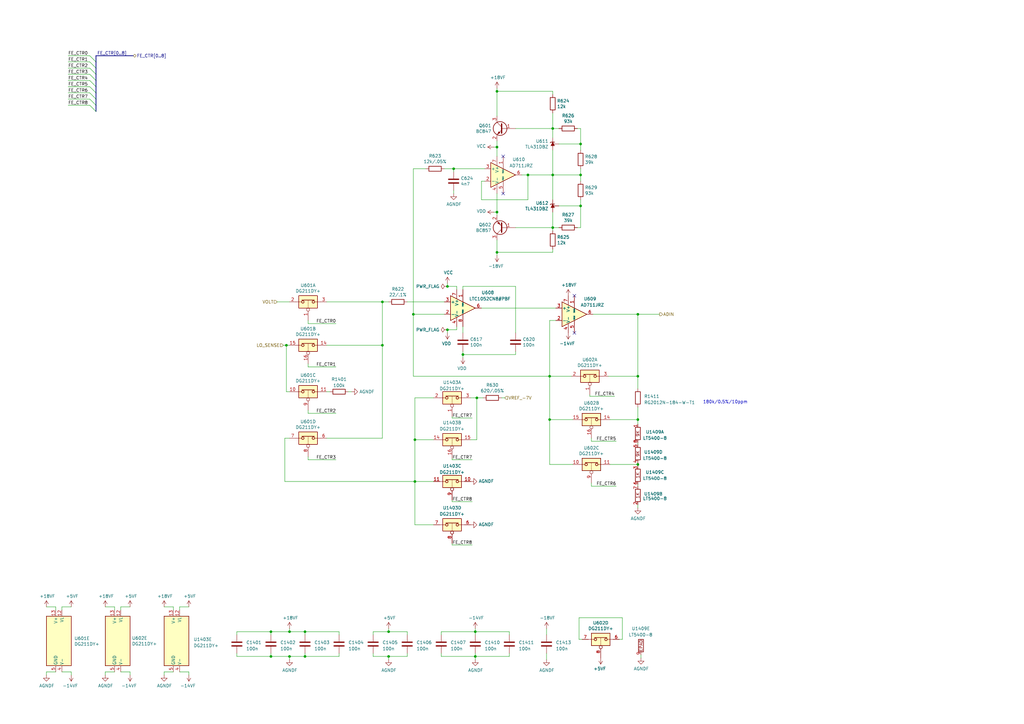
<source format=kicad_sch>
(kicad_sch (version 20230121) (generator eeschema)
  (paper "A3")
  (lib_symbols
    (symbol "Device:C" (pin_numbers hide) (pin_names (offset 0.254))
      (property "Reference" "C" (at 0.635 2.54 0))
      (property "Value" "C" (at 0.635 -2.54 0))
      (symbol "C_1_1"
        (pin passive line (at 0 3.81 270) (length 2.794) (name "~") (number "1"))
        (pin passive line (at 0 -3.81 90) (length 2.794) (name "~") (number "2"))
      )
    )
    (symbol "Device:R" (pin_numbers hide) (pin_names (offset 0))
      (property "Reference" "R" (at 2.032 0 90))
      (property "Value" "R" (at 0 0 90))
      (symbol "R_1_1"
        (pin passive line (at 0 3.81 270) (length 1.27) (name "~") (number "1"))
        (pin passive line (at 0 -3.81 90) (length 1.27) (name "~") (number "2"))
      )
    )
    (symbol "ETH1CDMM2:+18VF" (power) (pin_names (offset 0))
      (property "Value" "+18VF" (at 0 3.556 0))
      (symbol "+18VF_1_1"
        (pin power_in line (at 0 0 90) (length 0) hide (name "+18VF") (number "1"))
      )
    )
    (symbol "ETH1CDMM2:+5VF" (power) (pin_names (offset 0))
      (property "Value" "+5VF" (at 0 3.556 0))
      (symbol "+5VF_1_1"
        (pin power_in line (at 0 0 90) (length 0) hide (name "+5VF") (number "1"))
      )
    )
    (symbol "ETH1CDMM2:-14VF" (power) (pin_names (offset 0))
      (property "Value" "-14VF" (at 0 3.556 0))
      (symbol "-14VF_1_1"
        (pin power_in line (at 0 0 90) (length 0) hide (name "-14VF") (number "1"))
      )
    )
    (symbol "ETH1CDMM2:-18VF" (power) (pin_names (offset 0))
      (property "Value" "-18VF" (at 0 3.556 0))
      (symbol "-18VF_1_1"
        (pin power_in line (at 0 0 90) (length 0) hide (name "-18VF") (number "1"))
      )
    )
    (symbol "ETH1CDMM2:AD711" (pin_names (offset 0.127))
      (property "Reference" "U" (at 2.54 6.35 0))
      (property "Value" "AD711" (at 1.27 3.81 0))
      (symbol "AD711_1_1"
        (pin input line (at 0 7.62 270) (length 5.08) (name "TRIM") (number "1"))
        (pin input line (at -7.62 -2.54 0) (length 2.54) (name "-") (number "2"))
        (pin input line (at -7.62 2.54 0) (length 2.54) (name "+") (number "3"))
        (pin power_in line (at -2.54 -7.62 90) (length 3.81) (name "V-") (number "4"))
        (pin input line (at 0 -7.62 90) (length 5.08) (name "TRIM") (number "5"))
        (pin output line (at 7.62 0 180) (length 2.54) (name "~") (number "6"))
        (pin power_in line (at -2.54 7.62 270) (length 3.81) (name "V+") (number "7"))
        (pin no_connect non_logic (at 2.54 -1.27 90) (length 0) hide (name "NC") (number "8"))
      )
    )
    (symbol "ETH1CDMM2:AGNDF" (power) (pin_names (offset 0))
      (property "Value" "AGNDF" (at 0 -3.81 0))
      (symbol "AGNDF_1_1"
        (pin power_in line (at 0 0 270) (length 0) hide (name "AGNDF") (number "1"))
      )
    )
    (symbol "ETH1CDMM2:DG211" (pin_names (offset 0.254))
      (property "Reference" "U" (at -0.635 5.334 0))
      (property "Value" "DG211" (at -3.175 3.81 0))
      (symbol "DG211_1_1"
        (pin input inverted (at 0 -7.62 90) (length 5.08) (name "~") (number "1"))
        (pin passive line (at -7.62 0 0) (length 2.54) (name "~") (number "2"))
        (pin passive line (at 7.62 0 180) (length 2.54) (name "~") (number "3"))
      )
      (symbol "DG211_2_1"
        (pin passive line (at -7.62 0 0) (length 2.54) (name "~") (number "14"))
        (pin passive line (at 7.62 0 180) (length 2.54) (name "~") (number "15"))
        (pin input inverted (at 0 -7.62 90) (length 5.08) (name "~") (number "16"))
      )
      (symbol "DG211_3_1"
        (pin passive line (at 7.62 0 180) (length 2.54) (name "~") (number "10"))
        (pin passive line (at -7.62 0 0) (length 2.54) (name "~") (number "11"))
        (pin input inverted (at 0 -7.62 90) (length 5.08) (name "~") (number "9"))
      )
      (symbol "DG211_4_1"
        (pin passive line (at 7.62 0 180) (length 2.54) (name "~") (number "6"))
        (pin passive line (at -7.62 0 0) (length 2.54) (name "~") (number "7"))
        (pin input inverted (at 0 -7.62 90) (length 5.08) (name "~") (number "8"))
      )
      (symbol "DG211_5_0"
        (pin power_in line (at 0 12.7 270) (length 2.54) (name "V+") (number "13"))
        (pin power_in line (at 2.54 -12.7 90) (length 2.54) (name "V-") (number "4"))
        (pin power_in line (at 0 -12.7 90) (length 2.54) (name "GND") (number "5"))
      )
      (symbol "DG211_5_1"
        (pin passive line (at 2.54 12.7 270) (length 2.54) (name "VL") (number "12"))
      )
    )
    (symbol "ETH1CDMM2:LT5400-9k-1k_Split" (pin_names (offset 0) hide)
      (property "Reference" "U" (at 2.032 0 90))
      (property "Value" "LT5400-9k-1k_Split" (at -2.54 0 90))
      (symbol "LT5400-9k-1k_Split_1_1"
        (text "9K" (at 0 0 900) (effects (font (size 1.27 1.27))))
        (pin passive line (at 0 -3.81 90) (length 1.27) (name "R1.2") (number "1"))
        (pin passive line (at 0 3.81 270) (length 1.27) (name "R1.2") (number "8"))
      )
      (symbol "LT5400-9k-1k_Split_2_1"
        (text "1K" (at 0 0 900) (effects (font (size 1.27 1.27))))
        (pin passive line (at 0 -3.81 90) (length 1.27) (name "R2.1") (number "2"))
        (pin passive line (at 0 3.81 270) (length 1.27) (name "R2.2") (number "7"))
      )
      (symbol "LT5400-9k-1k_Split_3_1"
        (text "1K" (at 0 0 900) (effects (font (size 1.27 1.27))))
        (pin passive line (at 0 -3.81 90) (length 1.27) (name "R3.1") (number "3"))
        (pin passive line (at 0 3.81 270) (length 1.27) (name "R3.2") (number "6"))
      )
      (symbol "LT5400-9k-1k_Split_4_1"
        (text "9K" (at 0 0 900) (effects (font (size 1.27 1.27))))
        (pin passive line (at 0 -3.81 90) (length 1.27) (name "R4.1") (number "4"))
        (pin passive line (at 0 3.81 270) (length 1.27) (name "R4.2") (number "5"))
      )
      (symbol "LT5400-9k-1k_Split_5_1"
        (text "EPAD" (at 0 0 900) (effects (font (size 1.27 1.27))))
        (pin passive line (at 0 -3.81 90) (length 1.27) (name "R1.2") (number "9"))
      )
    )
    (symbol "ETH1CDMM2:LTC1052" (pin_names (offset 0.127))
      (property "Reference" "U" (at 2.54 6.35 0))
      (property "Value" "LTC1052" (at 1.27 3.81 0))
      (symbol "LTC1052_1_1"
        (pin input line (at 0 7.62 270) (length 5.08) (name "TRIM") (number "1"))
        (pin input line (at -7.62 -2.54 0) (length 2.54) (name "-") (number "2"))
        (pin input line (at -7.62 2.54 0) (length 2.54) (name "+") (number "3"))
        (pin power_in line (at -2.54 -7.62 90) (length 3.81) (name "V-") (number "4"))
        (pin no_connect non_logic (at 2.54 -1.27 90) (length 0) hide (name "NC") (number "5"))
        (pin output line (at 7.62 0 180) (length 2.54) (name "~") (number "6"))
        (pin power_in line (at -2.54 7.62 270) (length 3.81) (name "V+") (number "7"))
        (pin input line (at 0 -7.62 90) (length 5.08) (name "TRIM") (number "8"))
      )
    )
    (symbol "LT5400-9k-1k_Split_1" (pin_names (offset 0) hide)
      (property "Reference" "U" (at 2.032 0 90))
      (property "Value" "LT5400-9k-1k_Split" (at -2.54 0 90))
      (symbol "LT5400-9k-1k_Split_1_1_1"
        (text "9K" (at 0 0 900) (effects (font (size 1.27 1.27))))
        (pin passive line (at 0 -3.81 90) (length 1.27) (name "R1.2") (number "1"))
        (pin passive line (at 0 3.81 270) (length 1.27) (name "R1.2") (number "8"))
      )
      (symbol "LT5400-9k-1k_Split_1_2_1"
        (text "1K" (at 0 0 900) (effects (font (size 1.27 1.27))))
        (pin passive line (at 0 -3.81 90) (length 1.27) (name "R2.1") (number "2"))
        (pin passive line (at 0 3.81 270) (length 1.27) (name "R2.2") (number "7"))
      )
      (symbol "LT5400-9k-1k_Split_1_3_1"
        (text "1K" (at 0 0 900) (effects (font (size 1.27 1.27))))
        (pin passive line (at 0 -3.81 90) (length 1.27) (name "R3.1") (number "3"))
        (pin passive line (at 0 3.81 270) (length 1.27) (name "R3.2") (number "6"))
      )
      (symbol "LT5400-9k-1k_Split_1_4_1"
        (text "9K" (at 0 0 900) (effects (font (size 1.27 1.27))))
        (pin passive line (at 0 -3.81 90) (length 1.27) (name "R4.1") (number "4"))
        (pin passive line (at 0 3.81 270) (length 1.27) (name "R4.2") (number "5"))
      )
      (symbol "LT5400-9k-1k_Split_1_5_1"
        (text "EPAD" (at 0 0 900) (effects (font (size 1.27 1.27))))
        (pin passive line (at 0 -3.81 90) (length 1.27) (name "R1.2") (number "9"))
      )
    )
    (symbol "Reference_Voltage:TL431DBZ" (pin_numbers hide) (pin_names hide)
      (property "Reference" "U" (at -2.54 2.54 0))
      (property "Value" "TL431DBZ" (at 0 -2.54 0))
      (symbol "TL431DBZ_1_1"
        (pin passive line (at 2.54 0 180) (length 2.54) (name "K") (number "1"))
        (pin passive line (at 0 2.54 270) (length 2.54) (name "REF") (number "2"))
        (pin passive line (at -2.54 0 0) (length 2.54) (name "A") (number "3"))
      )
    )
    (symbol "Transistor_BJT:BC847" (pin_names (offset 0) hide)
      (property "Reference" "Q" (at 5.08 1.905 0))
      (property "Value" "BC847" (at 5.08 0 0))
      (symbol "BC847_1_1"
        (pin input line (at -5.08 0 0) (length 5.715) (name "B") (number "1"))
        (pin passive line (at 2.54 -5.08 90) (length 2.54) (name "E") (number "2"))
        (pin passive line (at 2.54 5.08 270) (length 2.54) (name "C") (number "3"))
      )
    )
    (symbol "Transistor_BJT:BC857" (pin_names (offset 0) hide)
      (property "Reference" "Q" (at 5.08 1.905 0))
      (property "Value" "BC857" (at 5.08 0 0))
      (symbol "BC857_1_1"
        (pin input line (at -5.08 0 0) (length 5.715) (name "B") (number "1"))
        (pin passive line (at 2.54 -5.08 90) (length 2.54) (name "E") (number "2"))
        (pin passive line (at 2.54 5.08 270) (length 2.54) (name "C") (number "3"))
      )
    )
    (symbol "power:PWR_FLAG" (power) (pin_numbers hide) (pin_names (offset 0) hide)
      (property "Value" "PWR_FLAG" (at 0 3.81 0))
      (symbol "PWR_FLAG_0_0"
        (pin power_out line (at 0 0 90) (length 0) (name "pwr") (number "1"))
      )
    )
    (symbol "power:VCC" (power) (pin_names (offset 0))
      (property "Value" "VCC" (at 0 3.81 0))
      (symbol "VCC_1_1"
        (pin power_in line (at 0 0 90) (length 0) hide (name "VCC") (number "1"))
      )
    )
    (symbol "power:VDD" (power) (pin_names (offset 0))
      (property "Value" "VDD" (at 0 3.81 0))
      (symbol "VDD_1_1"
        (pin power_in line (at 0 0 90) (length 0) hide (name "VDD") (number "1"))
      )
    )
  )
  (junction (at 238.125 84.455))
  (junction (at 111.125 269.24))
  (junction (at 118.745 269.24))
  (junction (at 183.515 117.475))
  (junction (at 238.125 59.055))
  (junction (at 159.385 269.24))
  (junction (at 159.385 259.08))
  (junction (at 261.62 172.085))
  (junction (at 111.125 259.08))
  (junction (at 203.835 37.465))
  (junction (at 225.425 154.305))
  (junction (at 238.125 71.755))
  (junction (at 118.745 259.08))
  (junction (at 261.62 128.905))
  (junction (at 125.095 259.08))
  (junction (at 226.695 93.345))
  (junction (at 203.835 103.505))
  (junction (at 189.865 145.415))
  (junction (at 195.58 163.195))
  (junction (at 170.18 197.485))
  (junction (at 194.945 269.24))
  (junction (at 156.845 141.605))
  (junction (at 203.835 86.995))
  (junction (at 261.62 190.5))
  (junction (at 203.835 60.325))
  (junction (at 125.095 269.24))
  (junction (at 226.695 52.705))
  (junction (at 216.535 71.755))
  (junction (at 170.18 180.34))
  (junction (at 194.945 259.08))
  (junction (at 169.545 128.905))
  (junction (at 183.515 135.255))
  (junction (at 117.475 141.605))
  (junction (at 261.62 154.305))
  (junction (at 226.695 71.755))
  (junction (at 156.845 123.825))
  (junction (at 225.425 172.085))
  (junction (at 186.055 69.215))
  (no_connect (at 235.585 121.285))
  (no_connect (at 206.375 64.135))
  (no_connect (at 206.375 79.375))
  (no_connect (at 235.585 136.525))
  (bus_entry (at 36.83 35.56) (size 2.54 2.54))
  (bus_entry (at 36.83 27.94) (size 2.54 2.54))
  (bus_entry (at 36.83 25.4) (size 2.54 2.54))
  (bus_entry (at 36.83 30.48) (size 2.54 2.54))
  (bus_entry (at 36.83 22.86) (size 2.54 2.54))
  (bus_entry (at 36.83 40.64) (size 2.54 2.54))
  (bus_entry (at 36.83 38.1) (size 2.54 2.54))
  (bus_entry (at 36.83 43.18) (size 2.54 2.54))
  (bus_entry (at 36.83 33.02) (size 2.54 2.54))
  (wire (pts (xy 250.19 190.5) (xy 261.62 190.5)))
  (wire (pts (xy 125.095 269.24) (xy 139.065 269.24)))
  (wire (pts (xy 261.62 199.39) (xy 261.62 198.755)))
  (wire (pts (xy 71.12 248.92) (xy 71.12 250.19)))
  (wire (pts (xy 133.985 160.655) (xy 135.255 160.655)))
  (wire (pts (xy 29.21 276.86) (xy 29.21 275.59)))
  (wire (pts (xy 183.515 117.475) (xy 187.325 117.475)))
  (wire (pts (xy 242.57 179.705) (xy 242.57 180.975)))
  (wire (pts (xy 189.865 136.525) (xy 189.865 133.985)))
  (wire (pts (xy 142.875 160.655) (xy 144.145 160.655)))
  (wire (pts (xy 226.695 61.595) (xy 226.695 71.755)))
  (wire (pts (xy 118.745 259.08) (xy 125.095 259.08)))
  (wire (pts (xy 169.545 154.305) (xy 225.425 154.305)))
  (wire (pts (xy 261.62 207.01) (xy 261.62 208.28)))
  (wire (pts (xy 225.425 172.085) (xy 225.425 190.5)))
  (wire (pts (xy 238.125 59.055) (xy 238.125 61.595)))
  (wire (pts (xy 153.035 267.97) (xy 153.035 269.24)))
  (wire (pts (xy 261.62 154.305) (xy 261.62 128.905)))
  (wire (pts (xy 29.21 248.92) (xy 25.4 248.92)))
  (wire (pts (xy 194.945 269.24) (xy 194.945 270.51)))
  (wire (pts (xy 170.18 163.195) (xy 170.18 180.34)))
  (wire (pts (xy 189.865 117.475) (xy 189.865 118.745)))
  (wire (pts (xy 29.21 275.59) (xy 25.4 275.59)))
  (wire (pts (xy 113.665 123.825) (xy 118.745 123.825)))
  (wire (pts (xy 180.975 269.24) (xy 194.945 269.24)))
  (wire (pts (xy 156.845 123.825) (xy 159.385 123.825)))
  (wire (pts (xy 226.695 93.345) (xy 226.695 86.995)))
  (wire (pts (xy 126.365 131.445) (xy 126.365 132.715)))
  (wire (pts (xy 118.745 269.24) (xy 118.745 270.51)))
  (wire (pts (xy 195.58 163.195) (xy 198.12 163.195)))
  (wire (pts (xy 197.485 74.295) (xy 197.485 81.915)))
  (wire (pts (xy 153.035 259.08) (xy 153.035 260.35)))
  (bus (pts (xy 39.37 22.86) (xy 54.61 22.86)))
  (wire (pts (xy 139.065 267.97) (xy 139.065 269.24)))
  (wire (pts (xy 27.94 38.1) (xy 36.83 38.1)))
  (wire (pts (xy 111.125 259.08) (xy 118.745 259.08)))
  (wire (pts (xy 189.865 144.145) (xy 189.865 145.415)))
  (wire (pts (xy 203.835 79.375) (xy 203.835 86.995)))
  (wire (pts (xy 238.125 84.455) (xy 238.125 93.345)))
  (wire (pts (xy 170.18 215.265) (xy 170.18 197.485)))
  (wire (pts (xy 159.385 269.24) (xy 167.005 269.24)))
  (bus (pts (xy 39.37 35.56) (xy 39.37 33.02)))
  (wire (pts (xy 226.695 56.515) (xy 226.695 52.705)))
  (wire (pts (xy 225.425 131.445) (xy 225.425 154.305)))
  (wire (pts (xy 254 262.255) (xy 255.27 262.255)))
  (wire (pts (xy 185.42 188.595) (xy 193.675 188.595)))
  (wire (pts (xy 170.18 180.34) (xy 170.18 197.485)))
  (wire (pts (xy 241.935 162.56) (xy 252.095 162.56)))
  (wire (pts (xy 156.845 141.605) (xy 156.845 123.825)))
  (wire (pts (xy 211.455 145.415) (xy 211.455 144.145)))
  (wire (pts (xy 19.05 276.86) (xy 19.05 275.59)))
  (wire (pts (xy 202.565 60.325) (xy 203.835 60.325)))
  (wire (pts (xy 237.49 253.365) (xy 255.27 253.365)))
  (wire (pts (xy 182.245 123.825) (xy 167.005 123.825)))
  (wire (pts (xy 97.155 260.35) (xy 97.155 259.08)))
  (bus (pts (xy 39.37 27.94) (xy 39.37 25.4)))
  (wire (pts (xy 67.31 276.86) (xy 67.31 275.59)))
  (wire (pts (xy 203.835 60.325) (xy 203.835 64.135)))
  (wire (pts (xy 226.695 71.755) (xy 216.535 71.755)))
  (wire (pts (xy 156.845 123.825) (xy 133.985 123.825)))
  (wire (pts (xy 27.94 22.86) (xy 36.83 22.86)))
  (wire (pts (xy 226.695 46.355) (xy 226.695 52.705)))
  (wire (pts (xy 236.855 52.705) (xy 238.125 52.705)))
  (wire (pts (xy 117.475 160.655) (xy 117.475 141.605)))
  (bus (pts (xy 39.37 25.4) (xy 39.37 22.86)))
  (wire (pts (xy 27.94 27.94) (xy 36.83 27.94)))
  (wire (pts (xy 187.325 135.255) (xy 187.325 133.985)))
  (wire (pts (xy 225.425 154.305) (xy 234.315 154.305)))
  (wire (pts (xy 77.47 276.86) (xy 77.47 275.59)))
  (wire (pts (xy 126.365 168.275) (xy 126.365 169.545)))
  (wire (pts (xy 261.62 190.5) (xy 261.62 191.135)))
  (wire (pts (xy 194.945 257.81) (xy 194.945 259.08)))
  (wire (pts (xy 203.835 47.625) (xy 203.835 37.465)))
  (wire (pts (xy 216.535 81.915) (xy 216.535 71.755)))
  (wire (pts (xy 242.57 199.39) (xy 252.73 199.39)))
  (wire (pts (xy 167.005 267.97) (xy 167.005 269.24)))
  (wire (pts (xy 194.945 269.24) (xy 208.915 269.24)))
  (wire (pts (xy 238.125 81.915) (xy 238.125 84.455)))
  (wire (pts (xy 226.695 52.705) (xy 229.235 52.705)))
  (wire (pts (xy 203.835 36.195) (xy 203.835 37.465)))
  (wire (pts (xy 261.62 172.085) (xy 261.62 173.99)))
  (wire (pts (xy 237.49 262.255) (xy 237.49 253.365)))
  (wire (pts (xy 27.94 30.48) (xy 36.83 30.48)))
  (wire (pts (xy 241.935 161.925) (xy 241.935 162.56)))
  (wire (pts (xy 125.095 259.08) (xy 125.095 260.35)))
  (wire (pts (xy 126.365 188.595) (xy 137.795 188.595)))
  (wire (pts (xy 170.18 197.485) (xy 177.8 197.485)))
  (wire (pts (xy 43.18 248.92) (xy 46.99 248.92)))
  (wire (pts (xy 197.485 126.365) (xy 227.965 126.365)))
  (wire (pts (xy 126.365 169.545) (xy 137.795 169.545)))
  (wire (pts (xy 203.835 37.465) (xy 226.695 37.465)))
  (wire (pts (xy 139.065 259.08) (xy 139.065 260.35)))
  (wire (pts (xy 67.31 248.92) (xy 71.12 248.92)))
  (wire (pts (xy 203.835 86.995) (xy 203.835 88.265)))
  (wire (pts (xy 111.125 269.24) (xy 118.745 269.24)))
  (wire (pts (xy 197.485 81.915) (xy 216.535 81.915)))
  (wire (pts (xy 185.42 187.96) (xy 185.42 188.595)))
  (wire (pts (xy 97.155 269.24) (xy 111.125 269.24)))
  (wire (pts (xy 187.325 117.475) (xy 187.325 118.745)))
  (wire (pts (xy 169.545 69.215) (xy 174.625 69.215)))
  (wire (pts (xy 194.945 267.97) (xy 194.945 269.24)))
  (wire (pts (xy 226.695 103.505) (xy 203.835 103.505)))
  (wire (pts (xy 211.455 52.705) (xy 226.695 52.705)))
  (bus (pts (xy 39.37 33.02) (xy 39.37 30.48)))
  (wire (pts (xy 238.76 262.255) (xy 237.49 262.255)))
  (wire (pts (xy 53.34 276.86) (xy 53.34 275.59)))
  (wire (pts (xy 27.94 25.4) (xy 36.83 25.4)))
  (wire (pts (xy 77.47 248.92) (xy 73.66 248.92)))
  (wire (pts (xy 226.695 102.235) (xy 226.695 103.505)))
  (wire (pts (xy 19.05 248.92) (xy 22.86 248.92)))
  (wire (pts (xy 182.245 128.905) (xy 169.545 128.905)))
  (bus (pts (xy 39.37 38.1) (xy 39.37 35.56)))
  (wire (pts (xy 203.835 103.505) (xy 203.835 98.425)))
  (wire (pts (xy 255.27 253.365) (xy 255.27 262.255)))
  (wire (pts (xy 208.915 269.24) (xy 208.915 267.97)))
  (wire (pts (xy 203.835 57.785) (xy 203.835 60.325)))
  (wire (pts (xy 53.34 248.92) (xy 49.53 248.92)))
  (wire (pts (xy 261.62 182.245) (xy 261.62 181.61)))
  (wire (pts (xy 189.865 146.685) (xy 189.865 145.415)))
  (wire (pts (xy 27.94 33.02) (xy 36.83 33.02)))
  (wire (pts (xy 242.57 180.975) (xy 252.73 180.975)))
  (wire (pts (xy 186.055 79.375) (xy 186.055 78.105)))
  (wire (pts (xy 234.95 172.085) (xy 225.425 172.085)))
  (wire (pts (xy 216.535 71.755) (xy 213.995 71.755)))
  (wire (pts (xy 159.385 257.81) (xy 159.385 259.08)))
  (wire (pts (xy 25.4 248.92) (xy 25.4 250.19)))
  (wire (pts (xy 189.865 145.415) (xy 211.455 145.415)))
  (wire (pts (xy 183.515 116.205) (xy 183.515 117.475)))
  (wire (pts (xy 261.62 154.305) (xy 261.62 159.385)))
  (wire (pts (xy 243.205 128.905) (xy 261.62 128.905)))
  (wire (pts (xy 116.84 197.485) (xy 170.18 197.485)))
  (wire (pts (xy 195.58 180.34) (xy 195.58 163.195)))
  (wire (pts (xy 226.695 81.915) (xy 226.695 71.755)))
  (wire (pts (xy 133.985 141.605) (xy 156.845 141.605)))
  (bus (pts (xy 39.37 43.18) (xy 39.37 40.64)))
  (wire (pts (xy 262.89 268.605) (xy 262.89 269.875)))
  (wire (pts (xy 225.425 172.085) (xy 225.425 154.305)))
  (wire (pts (xy 169.545 128.905) (xy 169.545 69.215)))
  (wire (pts (xy 27.94 35.56) (xy 36.83 35.56)))
  (wire (pts (xy 180.975 267.97) (xy 180.975 269.24)))
  (bus (pts (xy 39.37 40.64) (xy 39.37 38.1)))
  (wire (pts (xy 185.42 223.52) (xy 193.675 223.52)))
  (wire (pts (xy 125.095 267.97) (xy 125.095 269.24)))
  (wire (pts (xy 234.95 190.5) (xy 225.425 190.5)))
  (wire (pts (xy 117.475 141.605) (xy 118.745 141.605)))
  (wire (pts (xy 118.745 257.81) (xy 118.745 259.08)))
  (wire (pts (xy 198.755 69.215) (xy 186.055 69.215)))
  (wire (pts (xy 49.53 248.92) (xy 49.53 250.19)))
  (wire (pts (xy 126.365 149.225) (xy 126.365 150.495)))
  (wire (pts (xy 97.155 267.97) (xy 97.155 269.24)))
  (wire (pts (xy 22.86 248.92) (xy 22.86 250.19)))
  (wire (pts (xy 249.555 154.305) (xy 261.62 154.305)))
  (wire (pts (xy 177.8 215.265) (xy 170.18 215.265)))
  (wire (pts (xy 77.47 275.59) (xy 73.66 275.59)))
  (wire (pts (xy 19.05 275.59) (xy 22.86 275.59)))
  (wire (pts (xy 229.235 93.345) (xy 226.695 93.345)))
  (wire (pts (xy 153.035 269.24) (xy 159.385 269.24)))
  (wire (pts (xy 226.695 71.755) (xy 238.125 71.755)))
  (wire (pts (xy 169.545 128.905) (xy 169.545 154.305)))
  (wire (pts (xy 185.42 170.815) (xy 185.42 171.45)))
  (wire (pts (xy 27.94 43.18) (xy 36.83 43.18)))
  (wire (pts (xy 227.965 131.445) (xy 225.425 131.445)))
  (wire (pts (xy 111.125 267.97) (xy 111.125 269.24)))
  (wire (pts (xy 126.365 150.495) (xy 137.795 150.495)))
  (wire (pts (xy 170.18 163.195) (xy 177.8 163.195)))
  (wire (pts (xy 182.245 69.215) (xy 186.055 69.215)))
  (wire (pts (xy 125.095 259.08) (xy 139.065 259.08)))
  (wire (pts (xy 229.235 84.455) (xy 238.125 84.455)))
  (wire (pts (xy 198.755 74.295) (xy 197.485 74.295)))
  (wire (pts (xy 53.34 275.59) (xy 49.53 275.59)))
  (wire (pts (xy 261.62 167.005) (xy 261.62 172.085)))
  (wire (pts (xy 133.985 179.705) (xy 156.845 179.705)))
  (wire (pts (xy 226.695 37.465) (xy 226.695 38.735)))
  (wire (pts (xy 238.125 93.345) (xy 236.855 93.345)))
  (wire (pts (xy 261.62 189.865) (xy 261.62 190.5)))
  (bus (pts (xy 39.37 45.72) (xy 39.37 43.18)))
  (wire (pts (xy 208.915 259.08) (xy 194.945 259.08)))
  (wire (pts (xy 159.385 269.24) (xy 159.385 270.51)))
  (wire (pts (xy 261.62 128.905) (xy 270.51 128.905)))
  (wire (pts (xy 193.04 180.34) (xy 195.58 180.34)))
  (wire (pts (xy 211.455 117.475) (xy 189.865 117.475)))
  (wire (pts (xy 250.19 172.085) (xy 261.62 172.085)))
  (wire (pts (xy 211.455 93.345) (xy 226.695 93.345)))
  (wire (pts (xy 43.18 276.86) (xy 43.18 275.59)))
  (wire (pts (xy 170.18 180.34) (xy 177.8 180.34)))
  (wire (pts (xy 193.04 163.195) (xy 195.58 163.195)))
  (wire (pts (xy 180.975 259.08) (xy 180.975 260.35)))
  (bus (pts (xy 39.37 30.48) (xy 39.37 27.94)))
  (wire (pts (xy 118.745 160.655) (xy 117.475 160.655)))
  (wire (pts (xy 43.18 275.59) (xy 46.99 275.59)))
  (wire (pts (xy 185.42 222.885) (xy 185.42 223.52)))
  (wire (pts (xy 205.74 163.195) (xy 207.01 163.195)))
  (wire (pts (xy 185.42 205.74) (xy 193.675 205.74)))
  (wire (pts (xy 202.565 86.995) (xy 203.835 86.995)))
  (wire (pts (xy 73.66 248.92) (xy 73.66 250.19)))
  (wire (pts (xy 126.365 187.325) (xy 126.365 188.595)))
  (wire (pts (xy 111.125 259.08) (xy 111.125 260.35)))
  (wire (pts (xy 118.745 269.24) (xy 125.095 269.24)))
  (wire (pts (xy 116.205 141.605) (xy 117.475 141.605)))
  (wire (pts (xy 97.155 259.08) (xy 111.125 259.08)))
  (wire (pts (xy 167.005 259.08) (xy 167.005 260.35)))
  (wire (pts (xy 238.125 69.215) (xy 238.125 71.755)))
  (wire (pts (xy 153.035 259.08) (xy 159.385 259.08)))
  (wire (pts (xy 226.695 93.345) (xy 226.695 94.615)))
  (wire (pts (xy 211.455 136.525) (xy 211.455 117.475)))
  (wire (pts (xy 27.94 40.64) (xy 36.83 40.64)))
  (wire (pts (xy 224.155 267.97) (xy 224.155 270.51)))
  (wire (pts (xy 186.055 69.215) (xy 186.055 70.485)))
  (wire (pts (xy 183.515 135.255) (xy 187.325 135.255)))
  (wire (pts (xy 185.42 205.105) (xy 185.42 205.74)))
  (wire (pts (xy 126.365 132.715) (xy 137.795 132.715)))
  (wire (pts (xy 224.155 257.81) (xy 224.155 260.35)))
  (wire (pts (xy 238.125 71.755) (xy 238.125 74.295)))
  (wire (pts (xy 194.945 259.08) (xy 194.945 260.35)))
  (wire (pts (xy 67.31 275.59) (xy 71.12 275.59)))
  (wire (pts (xy 203.835 104.775) (xy 203.835 103.505)))
  (wire (pts (xy 229.235 59.055) (xy 238.125 59.055)))
  (wire (pts (xy 242.57 198.12) (xy 242.57 199.39)))
  (wire (pts (xy 156.845 141.605) (xy 156.845 179.705)))
  (wire (pts (xy 118.745 179.705) (xy 116.84 179.705)))
  (wire (pts (xy 208.915 260.35) (xy 208.915 259.08)))
  (wire (pts (xy 183.515 136.525) (xy 183.515 135.255)))
  (wire (pts (xy 185.42 171.45) (xy 193.675 171.45)))
  (wire (pts (xy 46.99 248.92) (xy 46.99 250.19)))
  (wire (pts (xy 180.975 259.08) (xy 194.945 259.08)))
  (wire (pts (xy 116.84 179.705) (xy 116.84 197.485)))
  (wire (pts (xy 238.125 52.705) (xy 238.125 59.055)))
  (wire (pts (xy 159.385 259.08) (xy 167.005 259.08)))
  (text "180k/0.5%/10ppm" (at 288.29 165.735 0) (effects (font (size 1.27 1.27)) (justify left bottom)))
  (label "FE_CTR8" (at 193.675 223.52 180))
  (label "FE_CTR0" (at 27.94 22.86 0))
  (label "FE_CTR6" (at 252.73 199.39 180))
  (label "FE_CTR5" (at 252.73 180.975 180))
  (label "FE_CTR0" (at 137.795 132.715 180))
  (label "FE_CTR2" (at 27.94 27.94 0))
  (label "FE_CTR8" (at 193.675 205.74 180))
  (label "FE_CTR5" (at 27.94 35.56 0))
  (label "FE_CTR7" (at 193.675 188.595 180))
  (label "FE_CTR1" (at 27.94 25.4 0))
  (label "FE_CTR7" (at 193.675 171.45 180))
  (label "FE_CTR6" (at 27.94 38.1 0))
  (label "FE_CTR4" (at 27.94 33.02 0))
  (label "FE_CTR3" (at 137.795 188.595 180))
  (label "FE_CTR1" (at 137.795 150.495 180))
  (label "FE_CTR2" (at 137.795 169.545 180))
  (label "FE_CTR8" (at 27.94 43.18 0))
  (label "FE_CTR[0..8]" (at 52.07 22.86 180))
  (label "FE_CTR3" (at 27.94 30.48 0))
  (label "FE_CTR7" (at 27.94 40.64 0))
  (label "FE_CTR4" (at 252.095 162.56 180))
  (hierarchical_label "LO_SENSE" (shape input) (at 116.205 141.605 180))
  (hierarchical_label "VOLT" (shape input) (at 113.665 123.825 180))
  (hierarchical_label "ADIN" (shape output) (at 270.51 128.905 0))
  (hierarchical_label "VREF_-7V" (shape input) (at 207.01 163.195 0))
  (hierarchical_label "FE_CTR[0..8]" (shape bidirectional) (at 54.61 22.86 0))
  (symbol (lib_id "ETH1CDMM2:+18VF") (at 19.05 248.92 0) (unit 1)
    (property "Reference" "#PWR0601" (effects hide))
    (property "Value" "+18VF" (at 19.431 244.5258 0))
    (instances (project "ADC_Test" (path "" (reference "#PWR0601") (unit 1))) (project "ETH1CDMM2" (path "" (reference "#PWR01401") (unit 1))))
  )
  (symbol (lib_id "ETH1CDMM2:-14VF") (at 29.21 276.86 180) (unit 1)
    (property "Reference" "#PWR0604" (effects hide))
    (property "Value" "-14VF" (at 28.829 281.2542 0))
    (instances (project "ADC_Test" (path "" (reference "#PWR0604") (unit 1))) (project "ETH1CDMM2" (path "" (reference "#PWR01404") (unit 1))))
  )
  (symbol (lib_id "ETH1CDMM2:+18VF") (at 43.18 248.92 0) (unit 1)
    (property "Reference" "#PWR0605" (effects hide))
    (property "Value" "+18VF" (at 43.561 244.5258 0))
    (instances (project "ADC_Test" (path "" (reference "#PWR0605") (unit 1))) (project "ETH1CDMM2" (path "" (reference "#PWR01405") (unit 1))))
  )
  (symbol (lib_id "ETH1CDMM2:-14VF") (at 53.34 276.86 180) (unit 1)
    (property "Reference" "#PWR0612" (effects hide))
    (property "Value" "-14VF" (at 52.959 281.2542 0))
    (instances (project "ADC_Test" (path "" (reference "#PWR0612") (unit 1))) (project "ETH1CDMM2" (path "" (reference "#PWR01408") (unit 1))))
  )
  (symbol (lib_id "ETH1CDMM2:AD711") (at 235.585 128.905 0) (unit 1)
    (property "Reference" "U609" (at 239.395 122.555 0) (effects (justify left)))
    (property "Value" "AD711JRZ" (at 238.125 125.095 0) (effects (justify left)))
    (property "Footprint" "Package_SO:SOIC-8_3.9x4.9mm_P1.27mm" (effects hide))
    (instances (project "ADC_Test" (path "" (reference "U609") (unit 1))) (project "ETH1CDMM2" (path "" (reference "U1408") (unit 1))))
  )
  (symbol (lib_id "ETH1CDMM2:AGNDF") (at 19.05 276.86 0) (unit 1)
    (property "Reference" "#PWR0602" (effects hide))
    (property "Value" "AGNDF" (at 19.177 281.2542 0))
    (instances (project "ADC_Test" (path "" (reference "#PWR0602") (unit 1))) (project "ETH1CDMM2" (path "" (reference "#PWR01402") (unit 1))))
  )
  (symbol (lib_id "ETH1CDMM2:AD711") (at 206.375 71.755 0) (unit 1)
    (property "Reference" "U610" (at 210.185 65.405 0) (effects (justify left)))
    (property "Value" "AD711JRZ" (at 208.915 67.945 0) (effects (justify left)))
    (property "Footprint" "Package_SO:SOIC-8_3.9x4.9mm_P1.27mm" (effects hide))
    (instances (project "ADC_Test" (path "" (reference "U610") (unit 1))) (project "ETH1CDMM2" (path "" (reference "U1405") (unit 1))))
  )
  (symbol (lib_id "ETH1CDMM2:AGNDF") (at 43.18 276.86 0) (unit 1)
    (property "Reference" "#PWR0606" (effects hide))
    (property "Value" "AGNDF" (at 43.307 281.2542 0))
    (instances (project "ADC_Test" (path "" (reference "#PWR0606") (unit 1))) (project "ETH1CDMM2" (path "" (reference "#PWR01406") (unit 1))))
  )
  (symbol (lib_id "Transistor_BJT:BC847") (at 206.375 52.705 0) (mirror y) (unit 1)
    (property "Reference" "Q601" (at 201.5236 51.5366 0) (effects (justify left)))
    (property "Value" "BC847" (at 201.5236 53.848 0) (effects (justify left)))
    (property "Footprint" "Package_TO_SOT_SMD:SOT-23" (effects hide))
    (property "Datasheet" "http://www.infineon.com/dgdl/Infineon-BC847SERIES_BC848SERIES_BC849SERIES_BC850SERIES-DS-v01_01-en.pdf?fileId=db3a304314dca389011541d4630a1657" (effects hide))
    (instances (project "ADC_Test" (path "" (reference "Q601") (unit 1))) (project "ETH1CDMM2" (path "" (reference "Q1401") (unit 1))))
  )
  (symbol (lib_id "Transistor_BJT:BC857") (at 206.375 93.345 180) (unit 1)
    (property "Reference" "Q602" (at 201.5236 92.1766 0) (effects (justify left)))
    (property "Value" "BC857" (at 201.5236 94.488 0) (effects (justify left)))
    (property "Footprint" "Package_TO_SOT_SMD:SOT-23" (effects hide))
    (property "Datasheet" "http://www.fairchildsemi.com/ds/BC/BC856.pdf" (effects hide))
    (instances (project "ADC_Test" (path "" (reference "Q602") (unit 1))) (project "ETH1CDMM2" (path "" (reference "Q1402") (unit 1))))
  )
  (symbol (lib_id "ETH1CDMM2:+5VF") (at 29.21 248.92 0) (unit 1)
    (property "Reference" "#PWR0603" (effects hide))
    (property "Value" "+5VF" (at 29.591 244.5258 0))
    (instances (project "ADC_Test" (path "" (reference "#PWR0603") (unit 1))) (project "ETH1CDMM2" (path "" (reference "#PWR01403") (unit 1))))
  )
  (symbol (lib_id "ETH1CDMM2:+5VF") (at 53.34 248.92 0) (unit 1)
    (property "Reference" "#PWR0611" (effects hide))
    (property "Value" "+5VF" (at 53.721 244.5258 0))
    (instances (project "ADC_Test" (path "" (reference "#PWR0611") (unit 1))) (project "ETH1CDMM2" (path "" (reference "#PWR01407") (unit 1))))
  )
  (symbol (lib_id "power:PWR_FLAG") (at 183.515 117.475 90) (unit 1)
    (property "Reference" "#FLG0601" (effects hide))
    (property "Value" "PWR_FLAG" (at 180.2892 117.475 90) (effects (justify left)))
    (instances (project "ADC_Test" (path "" (reference "#FLG0601") (unit 1))) (project "ETH1CDMM2" (path "" (reference "#FLG01401") (unit 1))))
  )
  (symbol (lib_id "power:PWR_FLAG") (at 183.515 135.255 90) (unit 1)
    (property "Reference" "#FLG0602" (effects hide))
    (property "Value" "PWR_FLAG" (at 180.2892 135.255 90) (effects (justify left)))
    (instances (project "ADC_Test" (path "" (reference "#FLG0602") (unit 1))) (project "ETH1CDMM2" (path "" (reference "#FLG01402") (unit 1))))
  )
  (symbol (lib_id "ETH1CDMM2:DG211") (at 126.365 123.825 0) (unit 1)
    (property "Reference" "U601" (at 126.365 117.0432 0))
    (property "Value" "DG211DY+" (at 126.365 119.3546 0))
    (property "Footprint" "Package_SO:SOIC-16_3.9x9.9mm_P1.27mm" (effects hide))
    (instances (project "ADC_Test" (path "" (reference "U601") (unit 1))) (project "ETH1CDMM2" (path "" (reference "U1401") (unit 1))))
  )
  (symbol (lib_id "ETH1CDMM2:DG211") (at 126.365 141.605 0) (mirror y) (unit 2)
    (property "Reference" "U601" (at 126.365 134.8232 0))
    (property "Value" "DG211DY+" (at 126.365 137.1346 0))
    (property "Footprint" "Package_SO:SOIC-16_3.9x9.9mm_P1.27mm" (effects hide))
    (instances (project "ADC_Test" (path "" (reference "U601") (unit 2))) (project "ETH1CDMM2" (path "" (reference "U1401") (unit 2))))
  )
  (symbol (lib_id "ETH1CDMM2:DG211") (at 126.365 160.655 0) (mirror y) (unit 3)
    (property "Reference" "U601" (at 126.365 153.8732 0))
    (property "Value" "DG211DY+" (at 126.365 156.1846 0))
    (property "Footprint" "Package_SO:SOIC-16_3.9x9.9mm_P1.27mm" (effects hide))
    (instances (project "ADC_Test" (path "" (reference "U601") (unit 3))) (project "ETH1CDMM2" (path "" (reference "U1401") (unit 3))))
  )
  (symbol (lib_id "ETH1CDMM2:DG211") (at 126.365 179.705 0) (unit 4)
    (property "Reference" "U601" (at 126.365 172.9232 0))
    (property "Value" "DG211DY+" (at 126.365 175.2346 0))
    (property "Footprint" "Package_SO:SOIC-16_3.9x9.9mm_P1.27mm" (effects hide))
    (instances (project "ADC_Test" (path "" (reference "U601") (unit 4))) (project "ETH1CDMM2" (path "" (reference "U1401") (unit 4))))
  )
  (symbol (lib_id "ETH1CDMM2:DG211") (at 22.86 262.89 0) (unit 5)
    (property "Reference" "U601" (at 30.48 261.8486 0) (effects (justify left)))
    (property "Value" "DG211DY+" (at 30.48 264.16 0) (effects (justify left)))
    (property "Footprint" "Package_SO:SOIC-16_3.9x9.9mm_P1.27mm" (effects hide))
    (instances (project "ADC_Test" (path "" (reference "U601") (unit 5))) (project "ETH1CDMM2" (path "" (reference "U1401") (unit 5))))
  )
  (symbol (lib_id "ETH1CDMM2:DG211") (at 241.935 154.305 0) (unit 1)
    (property "Reference" "U602" (at 241.935 147.5232 0))
    (property "Value" "DG211DY+" (at 241.935 149.8346 0))
    (property "Footprint" "Package_SO:SOIC-16_3.9x9.9mm_P1.27mm" (effects hide))
    (instances (project "ADC_Test" (path "" (reference "U602") (unit 1))) (project "ETH1CDMM2" (path "" (reference "U1402") (unit 1))))
  )
  (symbol (lib_id "ETH1CDMM2:DG211") (at 242.57 172.085 0) (mirror y) (unit 2)
    (property "Reference" "U602" (at 242.57 165.3032 0))
    (property "Value" "DG211DY+" (at 242.57 167.6146 0))
    (property "Footprint" "Package_SO:SOIC-16_3.9x9.9mm_P1.27mm" (effects hide))
    (instances (project "ADC_Test" (path "" (reference "U602") (unit 2))) (project "ETH1CDMM2" (path "" (reference "U1402") (unit 2))))
  )
  (symbol (lib_id "ETH1CDMM2:DG211") (at 242.57 190.5 0) (mirror y) (unit 3)
    (property "Reference" "U602" (at 242.57 183.7182 0))
    (property "Value" "DG211DY+" (at 242.57 186.0296 0))
    (property "Footprint" "Package_SO:SOIC-16_3.9x9.9mm_P1.27mm" (effects hide))
    (instances (project "ADC_Test" (path "" (reference "U602") (unit 3))) (project "ETH1CDMM2" (path "" (reference "U1402") (unit 3))))
  )
  (symbol (lib_id "ETH1CDMM2:DG211") (at 246.38 262.255 0) (unit 4)
    (property "Reference" "U602" (at 246.38 255.4732 0))
    (property "Value" "DG211DY+" (at 246.38 257.7846 0))
    (property "Footprint" "Package_SO:SOIC-16_3.9x9.9mm_P1.27mm" (effects hide))
    (instances (project "ADC_Test" (path "" (reference "U602") (unit 4))) (project "ETH1CDMM2" (path "" (reference "U1402") (unit 4))))
  )
  (symbol (lib_id "ETH1CDMM2:DG211") (at 46.99 262.89 0) (unit 5)
    (property "Reference" "U602" (at 54.102 261.7216 0) (effects (justify left)))
    (property "Value" "DG211DY+" (at 54.102 264.033 0) (effects (justify left)))
    (property "Footprint" "Package_SO:SOIC-16_3.9x9.9mm_P1.27mm" (effects hide))
    (instances (project "ADC_Test" (path "" (reference "U602") (unit 5))) (project "ETH1CDMM2" (path "" (reference "U1402") (unit 5))))
  )
  (symbol (lib_id "ETH1CDMM2:-18VF") (at 203.835 104.775 180) (unit 1)
    (property "Reference" "#PWR0655" (effects hide))
    (property "Value" "-18VF" (at 203.454 109.1692 0))
    (instances (project "ADC_Test" (path "" (reference "#PWR0655") (unit 1))) (project "ETH1CDMM2" (path "" (reference "#PWR01429") (unit 1))))
  )
  (symbol (lib_id "Device:R") (at 226.695 98.425 0) (unit 1)
    (property "Reference" "R625" (at 228.473 97.2566 0) (effects (justify left)))
    (property "Value" "12k" (at 228.473 99.568 0) (effects (justify left)))
    (property "Footprint" "Resistor_SMD:R_0805_2012Metric_Pad1.20x1.40mm_HandSolder" (effects hide))
    (instances (project "ADC_Test" (path "" (reference "R625") (unit 1))) (project "ETH1CDMM2" (path "" (reference "R1406") (unit 1))))
  )
  (symbol (lib_id "Reference_Voltage:TL431DBZ") (at 226.695 84.455 270) (mirror x) (unit 1)
    (property "Reference" "U612" (at 224.9424 83.2866 90) (effects (justify right)))
    (property "Value" "TL431DBZ" (at 224.9424 85.598 90) (effects (justify right)))
    (property "Footprint" "Package_TO_SOT_SMD:SOT-23" (effects hide))
    (property "Datasheet" "http://www.ti.com/lit/ds/symlink/tl431.pdf" (effects hide))
    (instances (project "ADC_Test" (path "" (reference "U612") (unit 1))) (project "ETH1CDMM2" (path "" (reference "U1407") (unit 1))))
  )
  (symbol (lib_id "Device:R") (at 233.045 93.345 270) (unit 1)
    (property "Reference" "R627" (at 233.045 88.0872 90))
    (property "Value" "39k" (at 233.045 90.3986 90))
    (property "Footprint" "Resistor_SMD:R_0805_2012Metric_Pad1.20x1.40mm_HandSolder" (effects hide))
    (instances (project "ADC_Test" (path "" (reference "R627") (unit 1))) (project "ETH1CDMM2" (path "" (reference "R1408") (unit 1))))
  )
  (symbol (lib_id "Device:R") (at 238.125 78.105 0) (unit 1)
    (property "Reference" "R629" (at 239.903 76.9366 0) (effects (justify left)))
    (property "Value" "93k" (at 239.903 79.248 0) (effects (justify left)))
    (property "Footprint" "Resistor_SMD:R_0805_2012Metric_Pad1.20x1.40mm_HandSolder" (effects hide))
    (instances (project "ADC_Test" (path "" (reference "R629") (unit 1))) (project "ETH1CDMM2" (path "" (reference "R1410") (unit 1))))
  )
  (symbol (lib_id "Device:R") (at 238.125 65.405 0) (unit 1)
    (property "Reference" "R628" (at 239.903 64.2366 0) (effects (justify left)))
    (property "Value" "39k" (at 239.903 66.548 0) (effects (justify left)))
    (property "Footprint" "Resistor_SMD:R_0805_2012Metric_Pad1.20x1.40mm_HandSolder" (effects hide))
    (instances (project "ADC_Test" (path "" (reference "R628") (unit 1))) (project "ETH1CDMM2" (path "" (reference "R1409") (unit 1))))
  )
  (symbol (lib_id "Reference_Voltage:TL431DBZ") (at 226.695 59.055 270) (mirror x) (unit 1)
    (property "Reference" "U611" (at 224.9424 57.8866 90) (effects (justify right)))
    (property "Value" "TL431DBZ" (at 224.9424 60.198 90) (effects (justify right)))
    (property "Footprint" "Package_TO_SOT_SMD:SOT-23" (effects hide))
    (property "Datasheet" "http://www.ti.com/lit/ds/symlink/tl431.pdf" (effects hide))
    (instances (project "ADC_Test" (path "" (reference "U611") (unit 1))) (project "ETH1CDMM2" (path "" (reference "U1406") (unit 1))))
  )
  (symbol (lib_id "Device:R") (at 233.045 52.705 270) (unit 1)
    (property "Reference" "R626" (at 233.045 47.4472 90))
    (property "Value" "93k" (at 233.045 49.7586 90))
    (property "Footprint" "Resistor_SMD:R_0805_2012Metric_Pad1.20x1.40mm_HandSolder" (effects hide))
    (instances (project "ADC_Test" (path "" (reference "R626") (unit 1))) (project "ETH1CDMM2" (path "" (reference "R1407") (unit 1))))
  )
  (symbol (lib_id "Device:R") (at 226.695 42.545 0) (unit 1)
    (property "Reference" "R624" (at 228.473 41.3766 0) (effects (justify left)))
    (property "Value" "12k" (at 228.473 43.688 0) (effects (justify left)))
    (property "Footprint" "Resistor_SMD:R_0805_2012Metric_Pad1.20x1.40mm_HandSolder" (effects hide))
    (instances (project "ADC_Test" (path "" (reference "R624") (unit 1))) (project "ETH1CDMM2" (path "" (reference "R1405") (unit 1))))
  )
  (symbol (lib_id "ETH1CDMM2:+18VF") (at 203.835 36.195 0) (unit 1)
    (property "Reference" "#PWR0654" (effects hide))
    (property "Value" "+18VF" (at 204.216 31.8008 0))
    (instances (project "ADC_Test" (path "" (reference "#PWR0654") (unit 1))) (project "ETH1CDMM2" (path "" (reference "#PWR01428") (unit 1))))
  )
  (symbol (lib_id "power:VCC") (at 202.565 60.325 90) (unit 1)
    (property "Reference" "#PWR0652" (effects hide))
    (property "Value" "VCC" (at 199.3392 59.944 90) (effects (justify left)))
    (instances (project "ADC_Test" (path "" (reference "#PWR0652") (unit 1))) (project "ETH1CDMM2" (path "" (reference "#PWR01426") (unit 1))))
  )
  (symbol (lib_id "power:VDD") (at 202.565 86.995 90) (unit 1)
    (property "Reference" "#PWR0653" (effects hide))
    (property "Value" "VDD" (at 199.3392 86.614 90) (effects (justify left)))
    (instances (project "ADC_Test" (path "" (reference "#PWR0653") (unit 1))) (project "ETH1CDMM2" (path "" (reference "#PWR01427") (unit 1))))
  )
  (symbol (lib_id "Device:C") (at 186.055 74.295 0) (unit 1)
    (property "Reference" "C624" (at 188.976 73.1266 0) (effects (justify left)))
    (property "Value" "4n7" (at 188.976 75.438 0) (effects (justify left)))
    (property "Footprint" "Capacitor_SMD:C_0603_1608Metric_Pad1.08x0.95mm_HandSolder" (effects hide))
    (instances (project "ADC_Test" (path "" (reference "C624") (unit 1))) (project "ETH1CDMM2" (path "" (reference "C1408") (unit 1))))
  )
  (symbol (lib_id "ETH1CDMM2:AGNDF") (at 186.055 79.375 0) (unit 1)
    (property "Reference" "#PWR0651" (effects hide))
    (property "Value" "AGNDF" (at 186.182 83.7692 0))
    (instances (project "ADC_Test" (path "" (reference "#PWR0651") (unit 1))) (project "ETH1CDMM2" (path "" (reference "#PWR01420") (unit 1))))
  )
  (symbol (lib_id "ETH1CDMM2:AGNDF") (at 193.04 197.485 90) (unit 1)
    (property "Reference" "#PWR0658" (effects hide))
    (property "Value" "AGNDF" (at 196.2912 197.358 90) (effects (justify right)))
    (instances (project "ADC_Test" (path "" (reference "#PWR0658") (unit 1))) (project "ETH1CDMM2" (path "" (reference "#PWR01422") (unit 1))))
  )
  (symbol (lib_id "Device:R") (at 201.93 163.195 270) (unit 1)
    (property "Reference" "R630" (at 201.93 157.9372 90))
    (property "Value" "620/.05%" (at 201.93 160.2486 90))
    (property "Footprint" "Resistor_SMD:R_0603_1608Metric_Pad0.98x0.95mm_HandSolder" (effects hide))
    (instances (project "ADC_Test" (path "" (reference "R630") (unit 1))) (project "ETH1CDMM2" (path "" (reference "R1404") (unit 1))))
  )
  (symbol (lib_id "Device:R") (at 178.435 69.215 270) (unit 1)
    (property "Reference" "R623" (at 178.435 63.9572 90))
    (property "Value" "12k/.05%" (at 178.435 66.2686 90))
    (property "Footprint" "Resistor_SMD:R_1206_3216Metric_Pad1.30x1.75mm_HandSolder" (effects hide))
    (instances (project "ADC_Test" (path "" (reference "R623") (unit 1))) (project "ETH1CDMM2" (path "" (reference "R1403") (unit 1))))
  )
  (symbol (lib_id "Device:C") (at 189.865 140.335 0) (unit 1)
    (property "Reference" "C617" (at 192.786 139.1666 0) (effects (justify left)))
    (property "Value" "100n" (at 192.786 141.478 0) (effects (justify left)))
    (property "Footprint" "Capacitor_SMD:C_0603_1608Metric_Pad1.08x0.95mm_HandSolder" (effects hide))
    (instances (project "ADC_Test" (path "" (reference "C617") (unit 1))) (project "ETH1CDMM2" (path "" (reference "C1409") (unit 1))))
  )
  (symbol (lib_id "power:VDD") (at 189.865 146.685 180) (unit 1)
    (property "Reference" "#PWR0646" (effects hide))
    (property "Value" "VDD" (at 189.484 151.0792 0))
    (instances (project "ADC_Test" (path "" (reference "#PWR0646") (unit 1))) (project "ETH1CDMM2" (path "" (reference "#PWR01421") (unit 1))))
  )
  (symbol (lib_id "Device:C") (at 211.455 140.335 0) (unit 1)
    (property "Reference" "C620" (at 214.376 139.1666 0) (effects (justify left)))
    (property "Value" "100n" (at 214.376 141.478 0) (effects (justify left)))
    (property "Footprint" "Capacitor_SMD:C_0603_1608Metric_Pad1.08x0.95mm_HandSolder" (effects hide))
    (instances (project "ADC_Test" (path "" (reference "C620") (unit 1))) (project "ETH1CDMM2" (path "" (reference "C1412") (unit 1))))
  )
  (symbol (lib_id "ETH1CDMM2:+18VF") (at 233.045 121.285 0) (unit 1)
    (property "Reference" "#PWR0649" (effects hide))
    (property "Value" "+18VF" (at 233.426 116.8908 0))
    (instances (project "ADC_Test" (path "" (reference "#PWR0649") (unit 1))) (project "ETH1CDMM2" (path "" (reference "#PWR01432") (unit 1))))
  )
  (symbol (lib_id "ETH1CDMM2:-14VF") (at 233.045 136.525 180) (unit 1)
    (property "Reference" "#PWR0650" (effects hide))
    (property "Value" "-14VF" (at 232.664 140.9192 0))
    (instances (project "ADC_Test" (path "" (reference "#PWR0650") (unit 1))) (project "ETH1CDMM2" (path "" (reference "#PWR01433") (unit 1))))
  )
  (symbol (lib_id "ETH1CDMM2:LTC1052") (at 189.865 126.365 0) (unit 1)
    (property "Reference" "U608" (at 197.485 120.015 0) (effects (justify left)))
    (property "Value" "LTC1052CN8#PBF" (at 192.405 122.555 0) (effects (justify left)))
    (property "Footprint" "Package_DIP:DIP-8_W7.62mm_Socket" (effects hide))
    (instances (project "ADC_Test" (path "" (reference "U608") (unit 1))) (project "ETH1CDMM2" (path "" (reference "U1404") (unit 1))))
  )
  (symbol (lib_id "Device:R") (at 163.195 123.825 270) (unit 1)
    (property "Reference" "R622" (at 163.195 118.5672 90))
    (property "Value" "22/.1%" (at 163.195 120.8786 90))
    (property "Footprint" "Resistor_SMD:R_1206_3216Metric_Pad1.30x1.75mm_HandSolder" (effects hide))
    (instances (project "ADC_Test" (path "" (reference "R622") (unit 1))) (project "ETH1CDMM2" (path "" (reference "R1402") (unit 1))))
  )
  (symbol (lib_id "power:VCC") (at 183.515 116.205 0) (unit 1)
    (property "Reference" "#PWR0642" (effects hide))
    (property "Value" "VCC" (at 183.896 111.8108 0))
    (instances (project "ADC_Test" (path "" (reference "#PWR0642") (unit 1))) (project "ETH1CDMM2" (path "" (reference "#PWR01418") (unit 1))))
  )
  (symbol (lib_id "power:VDD") (at 183.515 136.525 180) (unit 1)
    (property "Reference" "#PWR0643" (effects hide))
    (property "Value" "VDD" (at 183.134 140.9192 0))
    (instances (project "ADC_Test" (path "" (reference "#PWR0643") (unit 1))) (project "ETH1CDMM2" (path "" (reference "#PWR01419") (unit 1))))
  )
  (symbol (lib_id "Device:C") (at 111.125 264.16 0) (unit 1)
    (property "Reference" "C1402" (at 114.935 263.525 0) (effects (justify left)))
    (property "Value" "100n" (at 114.935 266.065 0) (effects (justify left)))
    (property "Footprint" "Capacitor_SMD:C_0603_1608Metric_Pad1.08x0.95mm_HandSolder" (effects hide))
  )
  (symbol (lib_id "ETH1CDMM2:LT5400-9k-1k_Split") (at 261.62 203.2 0) (unit 2)
    (property "Reference" "U1409" (at 267.97 202.565 0))
    (property "Value" "LT5400-8" (at 268.605 204.47 0))
    (property "Footprint" "Package_SO:MSOP-8-1EP_3x3mm_P0.65mm_EP1.73x1.85mm_ThermalVias" (effects hide))
  )
  (symbol (lib_name "LT5400-9k-1k_Split_1") (lib_id "ETH1CDMM2:LT5400-9k-1k_Split") (at 261.62 177.8 180) (unit 1)
    (property "Reference" "U1409" (at 268.605 177.165 0))
    (property "Value" "LT5400-8" (at 268.605 179.705 0))
    (property "Footprint" "Package_SO:MSOP-8-1EP_3x3mm_P0.65mm_EP1.73x1.85mm_ThermalVias" (effects hide))
  )
  (symbol (lib_id "ETH1CDMM2:AGNDF") (at 144.145 160.655 90) (unit 1)
    (property "Reference" "#PWR0633" (effects hide))
    (property "Value" "AGNDF" (at 150.495 160.655 90))
    (instances (project "ADC_Test" (path "" (reference "#PWR0633") (unit 1))) (project "ETH1CDMM2" (path "" (reference "#PWR01415") (unit 1))))
  )
  (symbol (lib_id "ETH1CDMM2:LT5400-9k-1k_Split") (at 261.62 194.945 0) (mirror x) (unit 3)
    (property "Reference" "U1409" (at 268.605 193.675 0))
    (property "Value" "LT5400-8" (at 268.605 196.215 0))
    (property "Footprint" "Package_SO:MSOP-8-1EP_3x3mm_P0.65mm_EP1.73x1.85mm_ThermalVias" (effects hide))
  )
  (symbol (lib_id "ETH1CDMM2:AGNDF") (at 262.89 269.875 0) (unit 1)
    (property "Reference" "#PWR0606" (effects hide))
    (property "Value" "AGNDF" (at 263.017 274.2692 0))
    (instances (project "ADC_Test" (path "" (reference "#PWR0606") (unit 1))) (project "ETH1CDMM2" (path "" (reference "#PWR01436") (unit 1))))
  )
  (symbol (lib_id "ETH1CDMM2:AGNDF") (at 159.385 270.51 0) (unit 1)
    (property "Reference" "#PWR0606" (effects hide))
    (property "Value" "AGNDF" (at 159.512 274.9042 0))
    (instances (project "ADC_Test" (path "" (reference "#PWR0606") (unit 1))) (project "ETH1CDMM2" (path "" (reference "#PWR01417") (unit 1))))
  )
  (symbol (lib_id "ETH1CDMM2:AGNDF") (at 118.745 270.51 0) (unit 1)
    (property "Reference" "#PWR0606" (effects hide))
    (property "Value" "AGNDF" (at 118.872 274.9042 0))
    (instances (project "ADC_Test" (path "" (reference "#PWR0606") (unit 1))) (project "ETH1CDMM2" (path "" (reference "#PWR01414") (unit 1))))
  )
  (symbol (lib_id "ETH1CDMM2:+5VF") (at 77.47 248.92 0) (unit 1)
    (property "Reference" "#PWR0611" (effects hide))
    (property "Value" "+5VF" (at 77.851 244.5258 0))
    (instances (project "ADC_Test" (path "" (reference "#PWR0611") (unit 1))) (project "ETH1CDMM2" (path "" (reference "#PWR01411") (unit 1))))
  )
  (symbol (lib_id "Device:C") (at 153.035 264.16 0) (unit 1)
    (property "Reference" "C1405" (at 156.845 263.525 0) (effects (justify left)))
    (property "Value" "100n" (at 156.845 266.065 0) (effects (justify left)))
    (property "Footprint" "Capacitor_SMD:C_0603_1608Metric_Pad1.08x0.95mm_HandSolder" (effects hide))
  )
  (symbol (lib_id "Device:C") (at 139.065 264.16 0) (unit 1)
    (property "Reference" "C1404" (at 142.875 263.525 0) (effects (justify left)))
    (property "Value" "100n" (at 142.875 266.065 0) (effects (justify left)))
    (property "Footprint" "Capacitor_SMD:C_0603_1608Metric_Pad1.08x0.95mm_HandSolder" (effects hide))
  )
  (symbol (lib_id "ETH1CDMM2:-14VF") (at 77.47 276.86 180) (unit 1)
    (property "Reference" "#PWR0612" (effects hide))
    (property "Value" "-14VF" (at 77.089 281.2542 0))
    (instances (project "ADC_Test" (path "" (reference "#PWR0612") (unit 1))) (project "ETH1CDMM2" (path "" (reference "#PWR01412") (unit 1))))
  )
  (symbol (lib_id "ETH1CDMM2:+5VF") (at 159.385 257.81 0) (unit 1)
    (property "Reference" "#PWR0611" (effects hide))
    (property "Value" "+5VF" (at 159.766 253.4158 0))
    (instances (project "ADC_Test" (path "" (reference "#PWR0611") (unit 1))) (project "ETH1CDMM2" (path "" (reference "#PWR01416") (unit 1))))
  )
  (symbol (lib_id "ETH1CDMM2:+5VF") (at 246.38 269.875 180) (unit 1)
    (property "Reference" "#PWR0611" (effects hide))
    (property "Value" "+5VF" (at 245.999 274.2692 0))
    (instances (project "ADC_Test" (path "" (reference "#PWR0611") (unit 1))) (project "ETH1CDMM2" (path "" (reference "#PWR01434") (unit 1))))
  )
  (symbol (lib_id "Device:C") (at 180.975 264.16 0) (unit 1)
    (property "Reference" "C1407" (at 184.785 263.525 0) (effects (justify left)))
    (property "Value" "100n" (at 184.785 266.065 0) (effects (justify left)))
    (property "Footprint" "Capacitor_SMD:C_0603_1608Metric_Pad1.08x0.95mm_HandSolder" (effects hide))
  )
  (symbol (lib_id "ETH1CDMM2:AGNDF") (at 193.04 215.265 90) (unit 1)
    (property "Reference" "#PWR0658" (effects hide))
    (property "Value" "AGNDF" (at 196.2912 215.138 90) (effects (justify right)))
    (instances (project "ADC_Test" (path "" (reference "#PWR0658") (unit 1))) (project "ETH1CDMM2" (path "" (reference "#PWR01423") (unit 1))))
  )
  (symbol (lib_id "ETH1CDMM2:AGNDF") (at 67.31 276.86 0) (unit 1)
    (property "Reference" "#PWR0606" (effects hide))
    (property "Value" "AGNDF" (at 67.437 281.2542 0))
    (instances (project "ADC_Test" (path "" (reference "#PWR0606") (unit 1))) (project "ETH1CDMM2" (path "" (reference "#PWR01410") (unit 1))))
  )
  (symbol (lib_id "ETH1CDMM2:+18VF") (at 67.31 248.92 0) (unit 1)
    (property "Reference" "#PWR0605" (effects hide))
    (property "Value" "+18VF" (at 67.691 244.5258 0))
    (instances (project "ADC_Test" (path "" (reference "#PWR0605") (unit 1))) (project "ETH1CDMM2" (path "" (reference "#PWR01409") (unit 1))))
  )
  (symbol (lib_id "Device:R") (at 261.62 163.195 0) (unit 1)
    (property "Reference" "R1411" (at 264.16 162.56 0) (effects (justify left)))
    (property "Value" "RG2012N-184-W-T1" (at 264.16 165.1 0) (effects (justify left)))
    (property "Footprint" "Resistor_SMD:R_0805_2012Metric_Pad1.20x1.40mm_HandSolder" (effects hide))
  )
  (symbol (lib_id "ETH1CDMM2:AGNDF") (at 261.62 208.28 0) (unit 1)
    (property "Reference" "#PWR0606" (effects hide))
    (property "Value" "AGNDF" (at 261.747 212.6742 0))
    (instances (project "ADC_Test" (path "" (reference "#PWR0606") (unit 1))) (project "ETH1CDMM2" (path "" (reference "#PWR01435") (unit 1))))
  )
  (symbol (lib_id "ETH1CDMM2:LT5400-9k-1k_Split") (at 262.89 264.795 0) (unit 5)
    (property "Reference" "U1409" (at 259.08 257.81 0) (effects (justify left)))
    (property "Value" "LT5400-8" (at 257.81 260.35 0) (effects (justify left)))
    (property "Footprint" "Package_SO:MSOP-8-1EP_3x3mm_P0.65mm_EP1.73x1.85mm_ThermalVias" (effects hide))
  )
  (symbol (lib_id "ETH1CDMM2:AGNDF") (at 194.945 270.51 0) (unit 1)
    (property "Reference" "#PWR0606" (effects hide))
    (property "Value" "AGNDF" (at 195.072 274.9042 0))
    (instances (project "ADC_Test" (path "" (reference "#PWR0606") (unit 1))) (project "ETH1CDMM2" (path "" (reference "#PWR01425") (unit 1))))
  )
  (symbol (lib_id "Device:C") (at 224.155 264.16 0) (unit 1)
    (property "Reference" "C1413" (at 227.965 263.525 0) (effects (justify left)))
    (property "Value" "100n" (at 227.965 266.065 0) (effects (justify left)))
    (property "Footprint" "Capacitor_SMD:C_0603_1608Metric_Pad1.08x0.95mm_HandSolder" (effects hide))
  )
  (symbol (lib_id "ETH1CDMM2:+18VF") (at 118.745 257.81 0) (unit 1)
    (property "Reference" "#PWR0601" (effects hide))
    (property "Value" "+18VF" (at 119.126 253.4158 0))
    (instances (project "ADC_Test" (path "" (reference "#PWR0601") (unit 1))) (project "ETH1CDMM2" (path "" (reference "#PWR01413") (unit 1))))
  )
  (symbol (lib_id "ETH1CDMM2:DG211") (at 71.12 262.89 0) (unit 5)
    (property "Reference" "U1403" (at 79.375 262.255 0) (effects (justify left)))
    (property "Value" "DG211DY+" (at 79.375 264.795 0) (effects (justify left)))
    (property "Footprint" "Package_SO:SOIC-16_3.9x9.9mm_P1.27mm" (effects hide))
  )
  (symbol (lib_id "ETH1CDMM2:DG211") (at 185.42 215.265 0) (unit 4)
    (property "Reference" "U1403" (at 185.42 208.28 0))
    (property "Value" "DG211DY+" (at 185.42 210.82 0))
    (property "Footprint" "Package_SO:SOIC-16_3.9x9.9mm_P1.27mm" (effects hide))
  )
  (symbol (lib_id "Device:C") (at 125.095 264.16 0) (unit 1)
    (property "Reference" "C1403" (at 128.905 263.525 0) (effects (justify left)))
    (property "Value" "100n" (at 128.905 266.065 0) (effects (justify left)))
    (property "Footprint" "Capacitor_SMD:C_0603_1608Metric_Pad1.08x0.95mm_HandSolder" (effects hide))
  )
  (symbol (lib_id "Device:C") (at 167.005 264.16 0) (unit 1)
    (property "Reference" "C1406" (at 170.815 263.525 0) (effects (justify left)))
    (property "Value" "100n" (at 170.815 266.065 0) (effects (justify left)))
    (property "Footprint" "Capacitor_SMD:C_0603_1608Metric_Pad1.08x0.95mm_HandSolder" (effects hide))
  )
  (symbol (lib_id "Device:C") (at 208.915 264.16 0) (unit 1)
    (property "Reference" "C1411" (at 212.725 263.525 0) (effects (justify left)))
    (property "Value" "100n" (at 212.725 266.065 0) (effects (justify left)))
    (property "Footprint" "Capacitor_SMD:C_0603_1608Metric_Pad1.08x0.95mm_HandSolder" (effects hide))
  )
  (symbol (lib_id "ETH1CDMM2:DG211") (at 185.42 197.485 0) (unit 3)
    (property "Reference" "U1403" (at 185.42 191.135 0))
    (property "Value" "DG211DY+" (at 185.42 193.675 0))
    (property "Footprint" "Package_SO:SOIC-16_3.9x9.9mm_P1.27mm" (effects hide))
  )
  (symbol (lib_id "ETH1CDMM2:-14VF") (at 194.945 257.81 0) (unit 1)
    (property "Reference" "#PWR0612" (effects hide))
    (property "Value" "-14VF" (at 195.326 253.4158 0))
    (instances (project "ADC_Test" (path "" (reference "#PWR0612") (unit 1))) (project "ETH1CDMM2" (path "" (reference "#PWR01424") (unit 1))))
  )
  (symbol (lib_id "ETH1CDMM2:DG211") (at 185.42 163.195 0) (unit 1)
    (property "Reference" "U1403" (at 185.42 156.845 0))
    (property "Value" "DG211DY+" (at 185.42 159.385 0))
    (property "Footprint" "Package_SO:SOIC-16_3.9x9.9mm_P1.27mm" (effects hide))
  )
  (symbol (lib_id "ETH1CDMM2:DG211") (at 185.42 180.34 0) (unit 2)
    (property "Reference" "U1403" (at 185.42 173.355 0))
    (property "Value" "DG211DY+" (at 185.42 175.895 0))
    (property "Footprint" "Package_SO:SOIC-16_3.9x9.9mm_P1.27mm" (effects hide))
  )
  (symbol (lib_id "Device:C") (at 97.155 264.16 0) (unit 1)
    (property "Reference" "C1401" (at 100.965 263.525 0) (effects (justify left)))
    (property "Value" "100n" (at 100.965 266.065 0) (effects (justify left)))
    (property "Footprint" "Capacitor_SMD:C_0603_1608Metric_Pad1.08x0.95mm_HandSolder" (effects hide))
  )
  (symbol (lib_id "ETH1CDMM2:-18VF") (at 224.155 257.81 0) (unit 1)
    (property "Reference" "#PWR0655" (effects hide))
    (property "Value" "-18VF" (at 224.536 253.4158 0))
    (instances (project "ADC_Test" (path "" (reference "#PWR0655") (unit 1))) (project "ETH1CDMM2" (path "" (reference "#PWR01430") (unit 1))))
  )
  (symbol (lib_id "ETH1CDMM2:AGNDF") (at 224.155 270.51 0) (unit 1)
    (property "Reference" "#PWR0606" (effects hide))
    (property "Value" "AGNDF" (at 224.282 274.9042 0))
    (instances (project "ADC_Test" (path "" (reference "#PWR0606") (unit 1))) (project "ETH1CDMM2" (path "" (reference "#PWR01431") (unit 1))))
  )
  (symbol (lib_id "ETH1CDMM2:LT5400-9k-1k_Split") (at 261.62 186.055 0) (unit 4)
    (property "Reference" "U1409" (at 267.97 185.42 0))
    (property "Value" "LT5400-8" (at 268.605 187.96 0))
    (property "Footprint" "Package_SO:MSOP-8-1EP_3x3mm_P0.65mm_EP1.73x1.85mm_ThermalVias" (effects hide))
  )
  (symbol (lib_id "Device:C") (at 194.945 264.16 0) (unit 1)
    (property "Reference" "C1410" (at 198.755 263.525 0) (effects (justify left)))
    (property "Value" "100n" (at 198.755 266.065 0) (effects (justify left)))
    (property "Footprint" "Capacitor_SMD:C_0603_1608Metric_Pad1.08x0.95mm_HandSolder" (effects hide))
  )
  (symbol (lib_id "Device:R") (at 139.065 160.655 90) (unit 1)
    (property "Reference" "R1401" (at 139.065 155.575 90))
    (property "Value" "100k" (at 139.065 158.115 90))
    (property "Footprint" "Resistor_SMD:R_0603_1608Metric_Pad0.98x0.95mm_HandSolder" (effects hide))
  )
)
</source>
